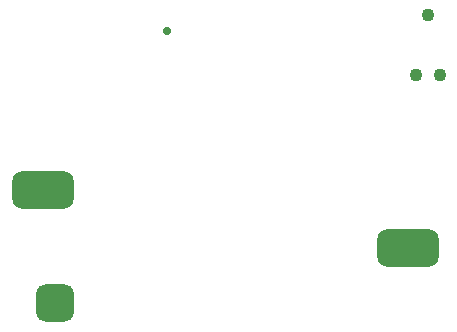
<source format=gts>
G04*
G04 #@! TF.GenerationSoftware,Altium Limited,Altium Designer,19.1.9 (167)*
G04*
G04 Layer_Color=8388736*
%FSAX25Y25*%
%MOIN*%
G70*
G01*
G75*
G04:AMPARAMS|DCode=14|XSize=126.11mil|YSize=126.11mil|CornerRadius=33.53mil|HoleSize=0mil|Usage=FLASHONLY|Rotation=90.000|XOffset=0mil|YOffset=0mil|HoleType=Round|Shape=RoundedRectangle|*
%AMROUNDEDRECTD14*
21,1,0.12611,0.05906,0,0,90.0*
21,1,0.05906,0.12611,0,0,90.0*
1,1,0.06706,0.02953,0.02953*
1,1,0.06706,0.02953,-0.02953*
1,1,0.06706,-0.02953,-0.02953*
1,1,0.06706,-0.02953,0.02953*
%
%ADD14ROUNDEDRECTD14*%
G04:AMPARAMS|DCode=15|XSize=126.11mil|YSize=204.85mil|CornerRadius=33.53mil|HoleSize=0mil|Usage=FLASHONLY|Rotation=90.000|XOffset=0mil|YOffset=0mil|HoleType=Round|Shape=RoundedRectangle|*
%AMROUNDEDRECTD15*
21,1,0.12611,0.13780,0,0,90.0*
21,1,0.05906,0.20485,0,0,90.0*
1,1,0.06706,0.06890,0.02953*
1,1,0.06706,0.06890,-0.02953*
1,1,0.06706,-0.06890,-0.02953*
1,1,0.06706,-0.06890,0.02953*
%
%ADD15ROUNDEDRECTD15*%
%ADD16C,0.02769*%
%ADD17C,0.04343*%
D14*
X0728800Y3195960D02*
D03*
D15*
X0724863Y3233677D02*
D03*
X0846595Y3214425D02*
D03*
D16*
X0766202Y3286747D02*
D03*
D17*
X0853249Y3292180D02*
D03*
X0849249Y3272180D02*
D03*
X0857249Y3272180D02*
D03*
M02*

</source>
